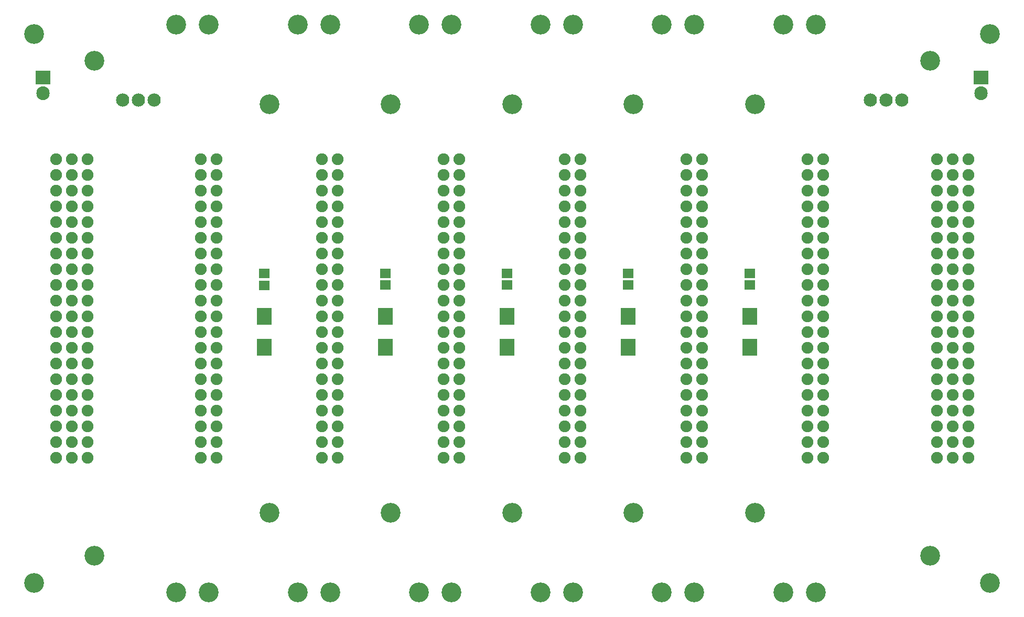
<source format=gts>
G04 Layer_Color=8388736*
%FSLAX25Y25*%
%MOIN*%
G70*
G01*
G75*
%ADD36R,0.09461X0.11036*%
%ADD37R,0.07099X0.05918*%
%ADD38R,0.07099X0.05918*%
%ADD39C,0.12611*%
%ADD40C,0.07493*%
%ADD41R,0.09300X0.08800*%
%ADD42O,0.08400X0.08800*%
%ADD43C,0.08400*%
D36*
X487205Y270571D02*
D03*
X487205Y290256D02*
D03*
X410039D02*
D03*
X410039Y270571D02*
D03*
X332874D02*
D03*
X332874Y290256D02*
D03*
X255709Y290256D02*
D03*
X255709Y270571D02*
D03*
X564370Y270571D02*
D03*
X564370Y290256D02*
D03*
D37*
X487205Y317717D02*
D03*
X410039D02*
D03*
X332874D02*
D03*
X255709Y317421D02*
D03*
X564370Y317717D02*
D03*
D38*
X487205Y310236D02*
D03*
X410039D02*
D03*
X332874D02*
D03*
X255709Y309941D02*
D03*
X564370Y310236D02*
D03*
D39*
X147638Y452756D02*
D03*
X679134D02*
D03*
Y137795D02*
D03*
X147638D02*
D03*
X717165Y120630D02*
D03*
Y469921D02*
D03*
X109606Y120630D02*
D03*
Y469921D02*
D03*
X508464Y475984D02*
D03*
Y114567D02*
D03*
X529134D02*
D03*
Y475984D02*
D03*
X451968D02*
D03*
Y114567D02*
D03*
X431299D02*
D03*
Y475984D02*
D03*
X354134D02*
D03*
Y114567D02*
D03*
X374803D02*
D03*
Y475984D02*
D03*
X297638D02*
D03*
Y114567D02*
D03*
X276969D02*
D03*
Y475984D02*
D03*
X199803D02*
D03*
Y114567D02*
D03*
X220473D02*
D03*
Y475984D02*
D03*
X606299D02*
D03*
Y114567D02*
D03*
X585630D02*
D03*
Y475984D02*
D03*
X336220Y165354D02*
D03*
X490551D02*
D03*
X413386D02*
D03*
X567716D02*
D03*
X259055D02*
D03*
X336220Y425197D02*
D03*
X259055D02*
D03*
X413386D02*
D03*
X490551D02*
D03*
X567716D02*
D03*
D40*
X683347Y390256D02*
D03*
X693347D02*
D03*
X683347Y380256D02*
D03*
X693347D02*
D03*
X683347Y370256D02*
D03*
X693347D02*
D03*
X683347Y360256D02*
D03*
X693347D02*
D03*
X683347Y350256D02*
D03*
X693347D02*
D03*
X683347Y340256D02*
D03*
X693347D02*
D03*
X683347Y330256D02*
D03*
X693347D02*
D03*
X683347Y320256D02*
D03*
X693347D02*
D03*
X683347Y310256D02*
D03*
X693347D02*
D03*
X683347Y300256D02*
D03*
X693347D02*
D03*
X683347Y290256D02*
D03*
X693347D02*
D03*
X683347Y280256D02*
D03*
X693347D02*
D03*
X683347Y270256D02*
D03*
X693347D02*
D03*
X683347Y260256D02*
D03*
X693347D02*
D03*
X683347Y250256D02*
D03*
X693347D02*
D03*
X683347Y240256D02*
D03*
X693347D02*
D03*
X683347Y230256D02*
D03*
X693347D02*
D03*
X683347Y220256D02*
D03*
X693347D02*
D03*
X683347Y210256D02*
D03*
X693347D02*
D03*
X683347Y200256D02*
D03*
X693347D02*
D03*
X703346D02*
D03*
Y210256D02*
D03*
Y220256D02*
D03*
Y230256D02*
D03*
Y240256D02*
D03*
Y250256D02*
D03*
Y260256D02*
D03*
Y270256D02*
D03*
Y280256D02*
D03*
Y290256D02*
D03*
Y300256D02*
D03*
Y310256D02*
D03*
Y320256D02*
D03*
Y330256D02*
D03*
Y340256D02*
D03*
Y350256D02*
D03*
Y360256D02*
D03*
Y370256D02*
D03*
Y380256D02*
D03*
Y390256D02*
D03*
X524114Y390256D02*
D03*
Y380256D02*
D03*
Y370256D02*
D03*
Y360256D02*
D03*
Y350256D02*
D03*
Y340256D02*
D03*
Y330256D02*
D03*
Y320256D02*
D03*
Y310256D02*
D03*
Y300256D02*
D03*
Y290256D02*
D03*
Y280256D02*
D03*
Y270256D02*
D03*
Y260256D02*
D03*
Y250256D02*
D03*
Y240256D02*
D03*
Y230256D02*
D03*
Y220256D02*
D03*
Y210256D02*
D03*
Y200256D02*
D03*
X534114Y390256D02*
D03*
Y380256D02*
D03*
Y370256D02*
D03*
Y360256D02*
D03*
Y350256D02*
D03*
Y340256D02*
D03*
Y330256D02*
D03*
Y320256D02*
D03*
Y310256D02*
D03*
Y300256D02*
D03*
Y290256D02*
D03*
Y280256D02*
D03*
Y270256D02*
D03*
Y260256D02*
D03*
Y250256D02*
D03*
Y240256D02*
D03*
Y230256D02*
D03*
Y220256D02*
D03*
Y210256D02*
D03*
Y200256D02*
D03*
X456949D02*
D03*
Y210256D02*
D03*
Y220256D02*
D03*
Y230256D02*
D03*
Y240256D02*
D03*
Y250256D02*
D03*
Y260256D02*
D03*
Y270256D02*
D03*
Y280256D02*
D03*
Y290256D02*
D03*
Y300256D02*
D03*
Y310256D02*
D03*
Y320256D02*
D03*
Y330256D02*
D03*
Y340256D02*
D03*
Y350256D02*
D03*
Y360256D02*
D03*
Y370256D02*
D03*
Y380256D02*
D03*
Y390256D02*
D03*
X446949Y200256D02*
D03*
Y210256D02*
D03*
Y220256D02*
D03*
Y230256D02*
D03*
Y240256D02*
D03*
Y250256D02*
D03*
Y260256D02*
D03*
Y270256D02*
D03*
Y280256D02*
D03*
Y290256D02*
D03*
Y300256D02*
D03*
Y310256D02*
D03*
Y320256D02*
D03*
Y330256D02*
D03*
Y340256D02*
D03*
Y350256D02*
D03*
Y360256D02*
D03*
Y370256D02*
D03*
Y380256D02*
D03*
Y390256D02*
D03*
X369783D02*
D03*
Y380256D02*
D03*
Y370256D02*
D03*
Y360256D02*
D03*
Y350256D02*
D03*
Y340256D02*
D03*
Y330256D02*
D03*
Y320256D02*
D03*
Y310256D02*
D03*
Y300256D02*
D03*
Y290256D02*
D03*
Y280256D02*
D03*
Y270256D02*
D03*
Y260256D02*
D03*
Y250256D02*
D03*
Y240256D02*
D03*
Y230256D02*
D03*
Y220256D02*
D03*
Y210256D02*
D03*
Y200256D02*
D03*
X379784Y390256D02*
D03*
Y380256D02*
D03*
Y370256D02*
D03*
Y360256D02*
D03*
Y350256D02*
D03*
Y340256D02*
D03*
Y330256D02*
D03*
Y320256D02*
D03*
Y310256D02*
D03*
Y300256D02*
D03*
Y290256D02*
D03*
Y280256D02*
D03*
Y270256D02*
D03*
Y260256D02*
D03*
Y250256D02*
D03*
Y240256D02*
D03*
Y230256D02*
D03*
Y220256D02*
D03*
Y210256D02*
D03*
Y200256D02*
D03*
X302618D02*
D03*
Y210256D02*
D03*
Y220256D02*
D03*
Y230256D02*
D03*
Y240256D02*
D03*
Y250256D02*
D03*
Y260256D02*
D03*
Y270256D02*
D03*
Y280256D02*
D03*
Y290256D02*
D03*
Y300256D02*
D03*
Y310256D02*
D03*
Y320256D02*
D03*
Y330256D02*
D03*
Y340256D02*
D03*
Y350256D02*
D03*
Y360256D02*
D03*
Y370256D02*
D03*
Y380256D02*
D03*
Y390256D02*
D03*
X292618Y200256D02*
D03*
Y210256D02*
D03*
Y220256D02*
D03*
Y230256D02*
D03*
Y240256D02*
D03*
Y250256D02*
D03*
Y260256D02*
D03*
Y270256D02*
D03*
Y280256D02*
D03*
Y290256D02*
D03*
Y300256D02*
D03*
Y310256D02*
D03*
Y320256D02*
D03*
Y330256D02*
D03*
Y340256D02*
D03*
Y350256D02*
D03*
Y360256D02*
D03*
Y370256D02*
D03*
Y380256D02*
D03*
Y390256D02*
D03*
X215453D02*
D03*
Y380256D02*
D03*
Y370256D02*
D03*
Y360256D02*
D03*
Y350256D02*
D03*
Y340256D02*
D03*
Y330256D02*
D03*
Y320256D02*
D03*
Y310256D02*
D03*
Y300256D02*
D03*
Y290256D02*
D03*
Y280256D02*
D03*
Y270256D02*
D03*
Y260256D02*
D03*
Y250256D02*
D03*
Y240256D02*
D03*
Y230256D02*
D03*
Y220256D02*
D03*
Y210256D02*
D03*
Y200256D02*
D03*
X225453Y390256D02*
D03*
Y380256D02*
D03*
Y370256D02*
D03*
Y360256D02*
D03*
Y350256D02*
D03*
Y340256D02*
D03*
Y330256D02*
D03*
Y320256D02*
D03*
Y310256D02*
D03*
Y300256D02*
D03*
Y290256D02*
D03*
Y280256D02*
D03*
Y270256D02*
D03*
Y260256D02*
D03*
Y250256D02*
D03*
Y240256D02*
D03*
Y230256D02*
D03*
Y220256D02*
D03*
Y210256D02*
D03*
Y200256D02*
D03*
X611279D02*
D03*
Y210256D02*
D03*
Y220256D02*
D03*
Y230256D02*
D03*
Y240256D02*
D03*
Y250256D02*
D03*
Y260256D02*
D03*
Y270256D02*
D03*
Y280256D02*
D03*
Y290256D02*
D03*
Y300256D02*
D03*
Y310256D02*
D03*
Y320256D02*
D03*
Y330256D02*
D03*
Y340256D02*
D03*
Y350256D02*
D03*
Y360256D02*
D03*
Y370256D02*
D03*
Y380256D02*
D03*
Y390256D02*
D03*
X601279Y200256D02*
D03*
Y210256D02*
D03*
Y220256D02*
D03*
Y230256D02*
D03*
Y240256D02*
D03*
Y250256D02*
D03*
Y260256D02*
D03*
Y270256D02*
D03*
Y280256D02*
D03*
Y290256D02*
D03*
Y300256D02*
D03*
Y310256D02*
D03*
Y320256D02*
D03*
Y330256D02*
D03*
Y340256D02*
D03*
Y350256D02*
D03*
Y360256D02*
D03*
Y370256D02*
D03*
Y380256D02*
D03*
Y390256D02*
D03*
X143425Y390256D02*
D03*
Y380256D02*
D03*
Y370256D02*
D03*
Y360256D02*
D03*
Y350256D02*
D03*
Y340256D02*
D03*
Y330256D02*
D03*
Y320256D02*
D03*
Y310256D02*
D03*
Y300256D02*
D03*
Y290256D02*
D03*
Y280256D02*
D03*
Y270256D02*
D03*
Y260256D02*
D03*
Y250256D02*
D03*
Y240256D02*
D03*
Y230256D02*
D03*
Y220256D02*
D03*
Y210256D02*
D03*
Y200256D02*
D03*
X133425D02*
D03*
X123425D02*
D03*
X133425Y210256D02*
D03*
X123425D02*
D03*
X133425Y220256D02*
D03*
X123425D02*
D03*
X133425Y230256D02*
D03*
X123425D02*
D03*
X133425Y240256D02*
D03*
X123425D02*
D03*
X133425Y250256D02*
D03*
X123425D02*
D03*
X133425Y260256D02*
D03*
X123425D02*
D03*
X133425Y270256D02*
D03*
X123425D02*
D03*
X133425Y280256D02*
D03*
X123425D02*
D03*
X133425Y290256D02*
D03*
X123425D02*
D03*
X133425Y300256D02*
D03*
X123425D02*
D03*
X133425Y310256D02*
D03*
X123425D02*
D03*
X133425Y320256D02*
D03*
X123425D02*
D03*
X133425Y330256D02*
D03*
X123425D02*
D03*
X133425Y340256D02*
D03*
X123425D02*
D03*
X133425Y350256D02*
D03*
X123425D02*
D03*
X133425Y360256D02*
D03*
X123425D02*
D03*
X133425Y370256D02*
D03*
X123425D02*
D03*
X133425Y380256D02*
D03*
X123425D02*
D03*
X133425Y390256D02*
D03*
X123425D02*
D03*
D41*
X711614Y442126D02*
D03*
X115157D02*
D03*
D42*
X711614Y432126D02*
D03*
X115157D02*
D03*
D43*
X640984Y427894D02*
D03*
X650984D02*
D03*
X660984D02*
D03*
X165787D02*
D03*
X175787D02*
D03*
X185787D02*
D03*
M02*

</source>
